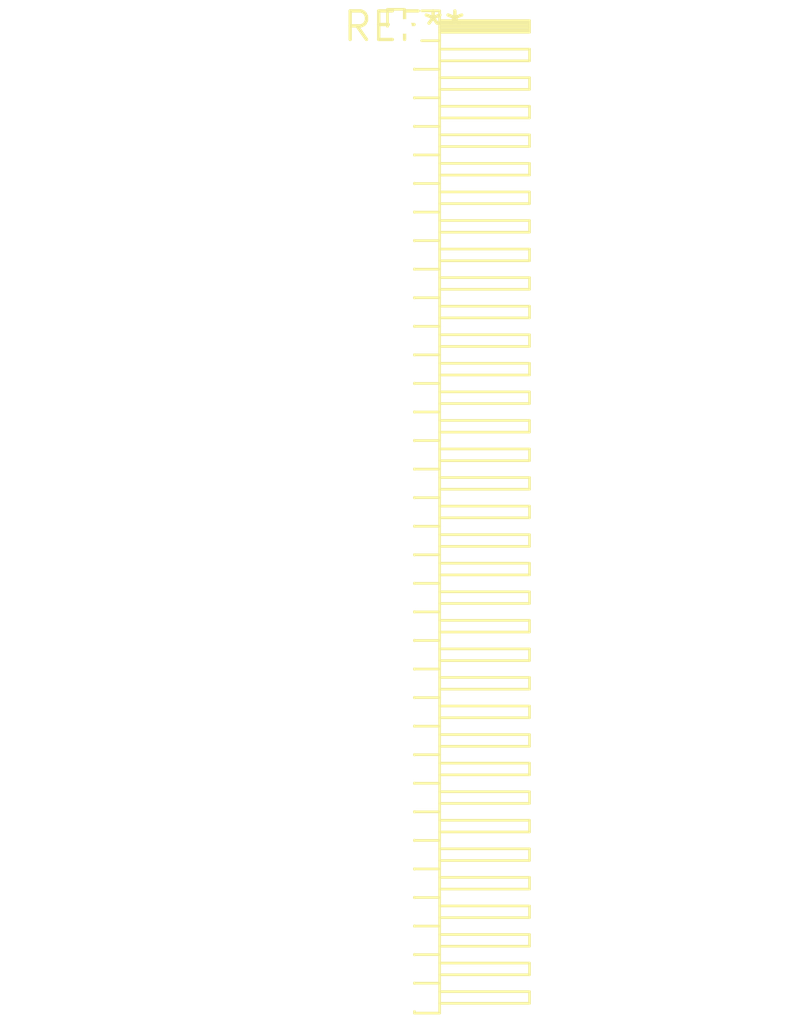
<source format=kicad_pcb>
(kicad_pcb (version 20240108) (generator pcbnew)
  (layers (0 "F.Cu" signal) (31 "B.Cu" signal) (34 "B.Paste" user) (35 "F.Paste" user) (36 "B.SilkS" user "B.Silkscreen") (37 "F.SilkS" user "F.Silkscreen") (38 "B.Mask" user) (39 "F.Mask" user) (44 "Edge.Cuts" user))
  (net 0 "")
  (footprint "PinHeader_1x35_P1.27mm_Horizontal" (layer "F.Cu") (at 0 0)
    (property "Reference" "REF**")
    (property "Value" "PinHeader_1x35_P1.27mm_Horizontal")
    (fp_line (start -0.76 -0.76) (end 0 -0.76) (layer "F.SilkS") (stroke (width 0.12)))
    (fp_line (start -0.76 0) (end -0.76 -0.76) (layer "F.SilkS") (stroke (width 0.12)))
    (fp_line (start 0.44 1.889677) (end 0.44 1.920323) (layer "F.SilkS") (stroke (width 0.12)))
    (fp_line (start 0.44 1.905) (end 1.56 1.905) (layer "F.SilkS") (stroke (width 0.12)))
    (fp_line (start 0.44 3.159677) (end 0.44 3.190323) (layer "F.SilkS") (stroke (width 0.12)))
    (fp_line (start 0.44 3.175) (end 1.56 3.175) (layer "F.SilkS") (stroke (width 0.12)))
    (fp_line (start 0.44 4.429677) (end 0.44 4.460323) (layer "F.SilkS") (stroke (width 0.12)))
    (fp_line (start 0.44 4.445) (end 1.56 4.445) (layer "F.SilkS") (stroke (width 0.12)))
    (fp_line (start 0.44 5.699677) (end 0.44 5.730323) (layer "F.SilkS") (stroke (width 0.12)))
    (fp_line (start 0.44 5.715) (end 1.56 5.715) (layer "F.SilkS") (stroke (width 0.12)))
    (fp_line (start 0.44 6.969677) (end 0.44 7.000323) (layer "F.SilkS") (stroke (width 0.12)))
    (fp_line (start 0.44 6.985) (end 1.56 6.985) (layer "F.SilkS") (stroke (width 0.12)))
    (fp_line (start 0.44 8.239677) (end 0.44 8.270323) (layer "F.SilkS") (stroke (width 0.12)))
    (fp_line (start 0.44 8.255) (end 1.56 8.255) (layer "F.SilkS") (stroke (width 0.12)))
    (fp_line (start 0.44 9.509677) (end 0.44 9.540323) (layer "F.SilkS") (stroke (width 0.12)))
    (fp_line (start 0.44 9.525) (end 1.56 9.525) (layer "F.SilkS") (stroke (width 0.12)))
    (fp_line (start 0.44 10.779677) (end 0.44 10.810323) (layer "F.SilkS") (stroke (width 0.12)))
    (fp_line (start 0.44 10.795) (end 1.56 10.795) (layer "F.SilkS") (stroke (width 0.12)))
    (fp_line (start 0.44 12.049677) (end 0.44 12.080323) (layer "F.SilkS") (stroke (width 0.12)))
    (fp_line (start 0.44 12.065) (end 1.56 12.065) (layer "F.SilkS") (stroke (width 0.12)))
    (fp_line (start 0.44 13.319677) (end 0.44 13.350323) (layer "F.SilkS") (stroke (width 0.12)))
    (fp_line (start 0.44 13.335) (end 1.56 13.335) (layer "F.SilkS") (stroke (width 0.12)))
    (fp_line (start 0.44 14.589677) (end 0.44 14.620323) (layer "F.SilkS") (stroke (width 0.12)))
    (fp_line (start 0.44 14.605) (end 1.56 14.605) (layer "F.SilkS") (stroke (width 0.12)))
    (fp_line (start 0.44 15.859677) (end 0.44 15.890323) (layer "F.SilkS") (stroke (width 0.12)))
    (fp_line (start 0.44 15.875) (end 1.56 15.875) (layer "F.SilkS") (stroke (width 0.12)))
    (fp_line (start 0.44 17.129677) (end 0.44 17.160323) (layer "F.SilkS") (stroke (width 0.12)))
    (fp_line (start 0.44 17.145) (end 1.56 17.145) (layer "F.SilkS") (stroke (width 0.12)))
    (fp_line (start 0.44 18.399677) (end 0.44 18.430323) (layer "F.SilkS") (stroke (width 0.12)))
    (fp_line (start 0.44 18.415) (end 1.56 18.415) (layer "F.SilkS") (stroke (width 0.12)))
    (fp_line (start 0.44 19.669677) (end 0.44 19.700323) (layer "F.SilkS") (stroke (width 0.12)))
    (fp_line (start 0.44 19.685) (end 1.56 19.685) (layer "F.SilkS") (stroke (width 0.12)))
    (fp_line (start 0.44 20.939677) (end 0.44 20.970323) (layer "F.SilkS") (stroke (width 0.12)))
    (fp_line (start 0.44 20.955) (end 1.56 20.955) (layer "F.SilkS") (stroke (width 0.12)))
    (fp_line (start 0.44 22.209677) (end 0.44 22.240323) (layer "F.SilkS") (stroke (width 0.12)))
    (fp_line (start 0.44 22.225) (end 1.56 22.225) (layer "F.SilkS") (stroke (width 0.12)))
    (fp_line (start 0.44 23.479677) (end 0.44 23.510323) (layer "F.SilkS") (stroke (width 0.12)))
    (fp_line (start 0.44 23.495) (end 1.56 23.495) (layer "F.SilkS") (stroke (width 0.12)))
    (fp_line (start 0.44 24.749677) (end 0.44 24.780323) (layer "F.SilkS") (stroke (width 0.12)))
    (fp_line (start 0.44 24.765) (end 1.56 24.765) (layer "F.SilkS") (stroke (width 0.12)))
    (fp_line (start 0.44 26.019677) (end 0.44 26.050323) (layer "F.SilkS") (stroke (width 0.12)))
    (fp_line (start 0.44 26.035) (end 1.56 26.035) (layer "F.SilkS") (stroke (width 0.12)))
    (fp_line (start 0.44 27.289677) (end 0.44 27.320323) (layer "F.SilkS") (stroke (width 0.12)))
    (fp_line (start 0.44 27.305) (end 1.56 27.305) (layer "F.SilkS") (stroke (width 0.12)))
    (fp_line (start 0.44 28.559677) (end 0.44 28.590323) (layer "F.SilkS") (stroke (width 0.12)))
    (fp_line (start 0.44 28.575) (end 1.56 28.575) (layer "F.SilkS") (stroke (width 0.12)))
    (fp_line (start 0.44 29.829677) (end 0.44 29.860323) (layer "F.SilkS") (stroke (width 0.12)))
    (fp_line (start 0.44 29.845) (end 1.56 29.845) (layer "F.SilkS") (stroke (width 0.12)))
    (fp_line (start 0.44 31.099677) (end 0.44 31.130323) (layer "F.SilkS") (stroke (width 0.12)))
    (fp_line (start 0.44 31.115) (end 1.56 31.115) (layer "F.SilkS") (stroke (width 0.12)))
    (fp_line (start 0.44 32.369677) (end 0.44 32.400323) (layer "F.SilkS") (stroke (width 0.12)))
    (fp_line (start 0.44 32.385) (end 1.56 32.385) (layer "F.SilkS") (stroke (width 0.12)))
    (fp_line (start 0.44 33.639677) (end 0.44 33.670323) (layer "F.SilkS") (stroke (width 0.12)))
    (fp_line (start 0.44 33.655) (end 1.56 33.655) (layer "F.SilkS") (stroke (width 0.12)))
    (fp_line (start 0.44 34.909677) (end 0.44 34.940323) (layer "F.SilkS") (stroke (width 0.12)))
    (fp_line (start 0.44 34.925) (end 1.56 34.925) (layer "F.SilkS") (stroke (width 0.12)))
    (fp_line (start 0.44 36.179677) (end 0.44 36.210323) (layer "F.SilkS") (stroke (width 0.12)))
    (fp_line (start 0.44 36.195) (end 1.56 36.195) (layer "F.SilkS") (stroke (width 0.12)))
    (fp_line (start 0.44 37.449677) (end 0.44 37.480323) (layer "F.SilkS") (stroke (width 0.12)))
    (fp_line (start 0.44 37.465) (end 1.56 37.465) (layer "F.SilkS") (stroke (width 0.12)))
    (fp_line (start 0.44 38.719677) (end 0.44 38.750323) (layer "F.SilkS") (stroke (width 0.12)))
    (fp_line (start 0.44 38.735) (end 1.56 38.735) (layer "F.SilkS") (stroke (width 0.12)))
    (fp_line (start 0.44 39.989677) (end 0.44 40.020323) (layer "F.SilkS") (stroke (width 0.12)))
    (fp_line (start 0.44 40.005) (end 1.56 40.005) (layer "F.SilkS") (stroke (width 0.12)))
    (fp_line (start 0.44 41.259677) (end 0.44 41.290323) (layer "F.SilkS") (stroke (width 0.12)))
    (fp_line (start 0.44 41.275) (end 1.56 41.275) (layer "F.SilkS") (stroke (width 0.12)))
    (fp_line (start 0.44 42.529677) (end 0.44 42.560323) (layer "F.SilkS") (stroke (width 0.12)))
    (fp_line (start 0.44 42.545) (end 1.56 42.545) (layer "F.SilkS") (stroke (width 0.12)))
    (fp_line (start 0.44 43.875) (end 0.44 43.799677) (layer "F.SilkS") (stroke (width 0.12)))
    (fp_line (start 0.76 -0.695) (end 1.56 -0.695) (layer "F.SilkS") (stroke (width 0.12)))
    (fp_line (start 0.76 0.635) (end 1.56 0.635) (layer "F.SilkS") (stroke (width 0.12)))
    (fp_line (start 1.56 -0.695) (end 1.56 43.875) (layer "F.SilkS") (stroke (width 0.12)))
    (fp_line (start 1.56 -0.26) (end 5.56 -0.26) (layer "F.SilkS") (stroke (width 0.12)))
    (fp_line (start 1.56 -0.2) (end 5.56 -0.2) (layer "F.SilkS") (stroke (width 0.12)))
    (fp_line (start 1.56 -0.08) (end 5.56 -0.08) (layer "F.SilkS") (stroke (width 0.12)))
    (fp_line (start 1.56 0.04) (end 5.56 0.04) (layer "F.SilkS") (stroke (width 0.12)))
    (fp_line (start 1.56 0.16) (end 5.56 0.16) (layer "F.SilkS") (stroke (width 0.12)))
    (fp_line (start 1.56 1.01) (end 5.56 1.01) (layer "F.SilkS") (stroke (width 0.12)))
    (fp_line (start 1.56 2.28) (end 5.56 2.28) (layer "F.SilkS") (stroke (width 0.12)))
    (fp_line (start 1.56 3.55) (end 5.56 3.55) (layer "F.SilkS") (stroke (width 0.12)))
    (fp_line (start 1.56 4.82) (end 5.56 4.82) (layer "F.SilkS") (stroke (width 0.12)))
    (fp_line (start 1.56 6.09) (end 5.56 6.09) (layer "F.SilkS") (stroke (width 0.12)))
    (fp_line (start 1.56 7.36) (end 5.56 7.36) (layer "F.SilkS") (stroke (width 0.12)))
    (fp_line (start 1.56 8.63) (end 5.56 8.63) (layer "F.SilkS") (stroke (width 0.12)))
    (fp_line (start 1.56 9.9) (end 5.56 9.9) (layer "F.SilkS") (stroke (width 0.12)))
    (fp_line (start 1.56 11.17) (end 5.56 11.17) (layer "F.SilkS") (stroke (width 0.12)))
    (fp_line (start 1.56 12.44) (end 5.56 12.44) (layer "F.SilkS") (stroke (width 0.12)))
    (fp_line (start 1.56 13.71) (end 5.56 13.71) (layer "F.SilkS") (stroke (width 0.12)))
    (fp_line (start 1.56 14.98) (end 5.56 14.98) (layer "F.SilkS") (stroke (width 0.12)))
    (fp_line (start 1.56 16.25) (end 5.56 16.25) (layer "F.SilkS") (stroke (width 0.12)))
    (fp_line (start 1.56 17.52) (end 5.56 17.52) (layer "F.SilkS") (stroke (width 0.12)))
    (fp_line (start 1.56 18.79) (end 5.56 18.79) (layer "F.SilkS") (stroke (width 0.12)))
    (fp_line (start 1.56 20.06) (end 5.56 20.06) (layer "F.SilkS") (stroke (width 0.12)))
    (fp_line (start 1.56 21.33) (end 5.56 21.33) (layer "F.SilkS") (stroke (width 0.12)))
    (fp_line (start 1.56 22.6) (end 5.56 22.6) (layer "F.SilkS") (stroke (width 0.12)))
    (fp_line (start 1.56 23.87) (end 5.56 23.87) (layer "F.SilkS") (stroke (width 0.12)))
    (fp_line (start 1.56 25.14) (end 5.56 25.14) (layer "F.SilkS") (stroke (width 0.12)))
    (fp_line (start 1.56 26.41) (end 5.56 26.41) (layer "F.SilkS") (stroke (width 0.12)))
    (fp_line (start 1.56 27.68) (end 5.56 27.68) (layer "F.SilkS") (stroke (width 0.12)))
    (fp_line (start 1.56 28.95) (end 5.56 28.95) (layer "F.SilkS") (stroke (width 0.12)))
    (fp_line (start 1.56 30.22) (end 5.56 30.22) (layer "F.SilkS") (stroke (width 0.12)))
    (fp_line (start 1.56 31.49) (end 5.56 31.49) (layer "F.SilkS") (stroke (width 0.12)))
    (fp_line (start 1.56 32.76) (end 5.56 32.76) (layer "F.SilkS") (stroke (width 0.12)))
    (fp_line (start 1.56 34.03) (end 5.56 34.03) (layer "F.SilkS") (stroke (width 0.12)))
    (fp_line (start 1.56 35.3) (end 5.56 35.3) (layer "F.SilkS") (stroke (width 0.12)))
    (fp_line (start 1.56 36.57) (end 5.56 36.57) (layer "F.SilkS") (stroke (width 0.12)))
    (fp_line (start 1.56 37.84) (end 5.56 37.84) (layer "F.SilkS") (stroke (width 0.12)))
    (fp_line (start 1.56 39.11) (end 5.56 39.11) (layer "F.SilkS") (stroke (width 0.12)))
    (fp_line (start 1.56 40.38) (end 5.56 40.38) (layer "F.SilkS") (stroke (width 0.12)))
    (fp_line (start 1.56 41.65) (end 5.56 41.65) (layer "F.SilkS") (stroke (width 0.12)))
    (fp_line (start 1.56 42.92) (end 5.56 42.92) (layer "F.SilkS") (stroke (width 0.12)))
    (fp_line (start 1.56 43.875) (end 0.44 43.875) (layer "F.SilkS") (stroke (width 0.12)))
    (fp_line (start 5.56 -0.26) (end 5.56 0.26) (layer "F.SilkS") (stroke (width 0.12)))
    (fp_line (start 5.56 0.26) (end 1.56 0.26) (layer "F.SilkS") (stroke (width 0.12)))
    (fp_line (start 5.56 1.01) (end 5.56 1.53) (layer "F.SilkS") (stroke (width 0.12)))
    (fp_line (start 5.56 1.53) (end 1.56 1.53) (layer "F.SilkS") (stroke (width 0.12)))
    (fp_line (start 5.56 2.28) (end 5.56 2.8) (layer "F.SilkS") (stroke (width 0.12)))
    (fp_line (start 5.56 2.8) (end 1.56 2.8) (layer "F.SilkS") (stroke (width 0.12)))
    (fp_line (start 5.56 3.55) (end 5.56 4.07) (layer "F.SilkS") (stroke (width 0.12)))
    (fp_line (start 5.56 4.07) (end 1.56 4.07) (layer "F.SilkS") (stroke (width 0.12)))
    (fp_line (start 5.56 4.82) (end 5.56 5.34) (layer "F.SilkS") (stroke (width 0.12)))
    (fp_line (start 5.56 5.34) (end 1.56 5.34) (layer "F.SilkS") (stroke (width 0.12)))
    (fp_line (start 5.56 6.09) (end 5.56 6.61) (layer "F.SilkS") (stroke (width 0.12)))
    (fp_line (start 5.56 6.61) (end 1.56 6.61) (layer "F.SilkS") (stroke (width 0.12)))
    (fp_line (start 5.56 7.36) (end 5.56 7.88) (layer "F.SilkS") (stroke (width 0.12)))
    (fp_line (start 5.56 7.88) (end 1.56 7.88) (layer "F.SilkS") (stroke (width 0.12)))
    (fp_line (start 5.56 8.63) (end 5.56 9.15) (layer "F.SilkS") (stroke (width 0.12)))
    (fp_line (start 5.56 9.15) (end 1.56 9.15) (layer "F.SilkS") (stroke (width 0.12)))
    (fp_line (start 5.56 9.9) (end 5.56 10.42) (layer "F.SilkS") (stroke (width 0.12)))
    (fp_line (start 5.56 10.42) (end 1.56 10.42) (layer "F.SilkS") (stroke (width 0.12)))
    (fp_line (start 5.56 11.17) (end 5.56 11.69) (layer "F.SilkS") (stroke (width 0.12)))
    (fp_line (start 5.56 11.69) (end 1.56 11.69) (layer "F.SilkS") (stroke (width 0.12)))
    (fp_line (start 5.56 12.44) (end 5.56 12.96) (layer "F.SilkS") (stroke (width 0.12)))
    (fp_line (start 5.56 12.96) (end 1.56 12.96) (layer "F.SilkS") (stroke (width 0.12)))
    (fp_line (start 5.56 13.71) (end 5.56 14.23) (layer "F.SilkS") (stroke (width 0.12)))
    (fp_line (start 5.56 14.23) (end 1.56 14.23) (layer "F.SilkS") (stroke (width 0.12)))
    (fp_line (start 5.56 14.98) (end 5.56 15.5) (layer "F.SilkS") (stroke (width 0.12)))
    (fp_line (start 5.56 15.5) (end 1.56 15.5) (layer "F.SilkS") (stroke (width 0.12)))
    (fp_line (start 5.56 16.25) (end 5.56 16.77) (layer "F.SilkS") (stroke (width 0.12)))
    (fp_line (start 5.56 16.77) (end 1.56 16.77) (layer "F.SilkS") (stroke (width 0.12)))
    (fp_line (start 5.56 17.52) (end 5.56 18.04) (layer "F.SilkS") (stroke (width 0.12)))
    (fp_line (start 5.56 18.04) (end 1.56 18.04) (layer "F.SilkS") (stroke (width 0.12)))
    (fp_line (start 5.56 18.79) (end 5.56 19.31) (layer "F.SilkS") (stroke (width 0.12)))
    (fp_line (start 5.56 19.31) (end 1.56 19.31) (layer "F.SilkS") (stroke (width 0.12)))
    (fp_line (start 5.56 20.06) (end 5.56 20.58) (layer "F.SilkS") (stroke (width 0.12)))
    (fp_line (start 5.56 20.58) (end 1.56 20.58) (layer "F.SilkS") (stroke (width 0.12)))
    (fp_line (start 5.56 21.33) (end 5.56 21.85) (layer "F.SilkS") (stroke (width 0.12)))
    (fp_line (start 5.56 21.85) (end 1.56 21.85) (layer "F.SilkS") (stroke (width 0.12)))
    (fp_line (start 5.56 22.6) (end 5.56 23.12) (layer "F.SilkS") (stroke (width 0.12)))
    (fp_line (start 5.56 23.12) (end 1.56 23.12) (layer "F.SilkS") (stroke (width 0.12)))
    (fp_line (start 5.56 23.87) (end 5.56 24.39) (layer "F.SilkS") (stroke (width 0.12)))
    (fp_line (start 5.56 24.39) (end 1.56 24.39) (layer "F.SilkS") (stroke (width 0.12)))
    (fp_line (start 5.56 25.14) (end 5.56 25.66) (layer "F.SilkS") (stroke (width 0.12)))
    (fp_line (start 5.56 25.66) (end 1.56 25.66) (layer "F.SilkS") (stroke (width 0.12)))
    (fp_line (start 5.56 26.41) (end 5.56 26.93) (layer "F.SilkS") (stroke (width 0.12)))
    (fp_line (start 5.56 26.93) (end 1.56 26.93) (layer "F.SilkS") (stroke (width 0.12)))
    (fp_line (start 5.56 27.68) (end 5.56 28.2) (layer "F.SilkS") (stroke (width 0.12)))
    (fp_line (start 5.56 28.2) (end 1.56 28.2) (layer "F.SilkS") (stroke (width 0.12)))
    (fp_line (start 5.56 28.95) (end 5.56 29.47) (layer "F.SilkS") (stroke (width 0.12)))
    (fp_line (start 5.56 29.47) (end 1.56 29.47) (layer "F.SilkS") (stroke (width 0.12)))
    (fp_line (start 5.56 30.22) (end 5.56 30.74) (layer "F.SilkS") (stroke (width 0.12)))
    (fp_line (start 5.56 30.74) (end 1.56 30.74) (layer "F.SilkS") (stroke (width 0.12)))
    (fp_line (start 5.56 31.49) (end 5.56 32.01) (layer "F.SilkS") (stroke (width 0.12)))
    (fp_line (start 5.56 32.01) (end 1.56 32.01) (layer "F.SilkS") (stroke (width 0.12)))
    (fp_line (start 5.56 32.76) (end 5.56 33.28) (layer "F.SilkS") (stroke (width 0.12)))
    (fp_line (start 5.56 33.28) (end 1.56 33.28) (layer "F.SilkS") (stroke (width 0.12)))
    (fp_line (start 5.56 34.03) (end 5.56 34.55) (layer "F.SilkS") (stroke (width 0.12)))
    (fp_line (start 5.56 34.55) (end 1.56 34.55) (layer "F.SilkS") (stroke (width 0.12)))
    (fp_line (start 5.56 35.3) (end 5.56 35.82) (layer "F.SilkS") (stroke (width 0.12)))
    (fp_line (start 5.56 35.82) (end 1.56 35.82) (layer "F.SilkS") (stroke (width 0.12)))
    (fp_line (start 5.56 36.57) (end 5.56 37.09) (layer "F.SilkS") (stroke (width 0.12)))
    (fp_line (start 5.56 37.09) (end 1.56 37.09) (layer "F.SilkS") (stroke (width 0.12)))
    (fp_line (start 5.56 37.84) (end 5.56 38.36) (layer "F.SilkS") (stroke (width 0.12)))
    (fp_line (start 5.56 38.36) (end 1.56 38.36) (layer "F.SilkS") (stroke (width 0.12)))
    (fp_line (start 5.56 39.11) (end 5.56 39.63) (layer "F.SilkS") (stroke (width 0.12)))
    (fp_line (start 5.56 39.63) (end 1.56 39.63) (layer "F.SilkS") (stroke (width 0.12)))
    (fp_line (start 5.56 40.38) (end 5.56 40.9) (layer "F.SilkS") (stroke (width 0.12)))
    (fp_line (start 5.56 40.9) (end 1.56 40.9) (layer "F.SilkS") (stroke (width 0.12)))
    (fp_line (start 5.56 41.65) (end 5.56 42.17) (layer "F.SilkS") (stroke (width 0.12)))
    (fp_line (start 5.56 42.17) (end 1.56 42.17) (layer "F.SilkS") (stroke (width 0.12)))
    (fp_line (start 5.56 42.92) (end 5.56 43.44) (layer "F.SilkS") (stroke (width 0.12)))
    (fp_line (start 5.56 43.44) (end 1.56 43.44) (layer "F.SilkS") (stroke (width 0.12)))
    (pad "1" thru_hole rect (at 0 0) (size 1 1) (drill 0.65) (layers *.Cu *.Mask) (remove_unused_layers))
    (pad "2" thru_hole oval (at 0 1.27) (size 1 1) (drill 0.65) (layers *.Cu *.Mask) (remove_unused_layers))
    (pad "3" thru_hole oval (at 0 2.54) (size 1 1) (drill 0.65) (layers *.Cu *.Mask) (remove_unused_layers))
    (pad "4" thru_hole oval (at 0 3.81) (size 1 1) (drill 0.65) (layers *.Cu *.Mask) (remove_unused_layers))
    (pad "5" thru_hole oval (at 0 5.08) (size 1 1) (drill 0.65) (layers *.Cu *.Mask) (remove_unused_layers))
    (pad "6" thru_hole oval (at 0 6.35) (size 1 1) (drill 0.65) (layers *.Cu *.Mask) (remove_unused_layers))
    (pad "7" thru_hole oval (at 0 7.62) (size 1 1) (drill 0.65) (layers *.Cu *.Mask) (remove_unused_layers))
    (pad "8" thru_hole oval (at 0 8.89) (size 1 1) (drill 0.65) (layers *.Cu *.Mask) (remove_unused_layers))
    (pad "9" thru_hole oval (at 0 10.16) (size 1 1) (drill 0.65) (layers *.Cu *.Mask) (remove_unused_layers))
    (pad "10" thru_hole oval (at 0 11.43) (size 1 1) (drill 0.65) (layers *.Cu *.Mask) (remove_unused_layers))
    (pad "11" thru_hole oval (at 0 12.7) (size 1 1) (drill 0.65) (layers *.Cu *.Mask) (remove_unused_layers))
    (pad "12" thru_hole oval (at 0 13.97) (size 1 1) (drill 0.65) (layers *.Cu *.Mask) (remove_unused_layers))
    (pad "13" thru_hole oval (at 0 15.24) (size 1 1) (drill 0.65) (layers *.Cu *.Mask) (remove_unused_layers))
    (pad "14" thru_hole oval (at 0 16.51) (size 1 1) (drill 0.65) (layers *.Cu *.Mask) (remove_unused_layers))
    (pad "15" thru_hole oval (at 0 17.78) (size 1 1) (drill 0.65) (layers *.Cu *.Mask) (remove_unused_layers))
    (pad "16" thru_hole oval (at 0 19.05) (size 1 1) (drill 0.65) (layers *.Cu *.Mask) (remove_unused_layers))
    (pad "17" thru_hole oval (at 0 20.32) (size 1 1) (drill 0.65) (layers *.Cu *.Mask) (remove_unused_layers))
    (pad "18" thru_hole oval (at 0 21.59) (size 1 1) (drill 0.65) (layers *.Cu *.Mask) (remove_unused_layers))
    (pad "19" thru_hole oval (at 0 22.86) (size 1 1) (drill 0.65) (layers *.Cu *.Mask) (remove_unused_layers))
    (pad "20" thru_hole oval (at 0 24.13) (size 1 1) (drill 0.65) (layers *.Cu *.Mask) (remove_unused_layers))
    (pad "21" thru_hole oval (at 0 25.4) (size 1 1) (drill 0.65) (layers *.Cu *.Mask) (remove_unused_layers))
    (pad "22" thru_hole oval (at 0 26.67) (size 1 1) (drill 0.65) (layers *.Cu *.Mask) (remove_unused_layers))
    (pad "23" thru_hole oval (at 0 27.94) (size 1 1) (drill 0.65) (layers *.Cu *.Mask) (remove_unused_layers))
    (pad "24" thru_hole oval (at 0 29.21) (size 1 1) (drill 0.65) (layers *.Cu *.Mask) (remove_unused_layers))
    (pad "25" thru_hole oval (at 0 30.48) (size 1 1) (drill 0.65) (layers *.Cu *.Mask) (remove_unused_layers))
    (pad "26" thru_hole oval (at 0 31.75) (size 1 1) (drill 0.65) (layers *.Cu *.Mask) (remove_unused_layers))
    (pad "27" thru_hole oval (at 0 33.02) (size 1 1) (drill 0.65) (layers *.Cu *.Mask) (remove_unused_layers))
    (pad "28" thru_hole oval (at 0 34.29) (size 1 1) (drill 0.65) (layers *.Cu *.Mask) (remove_unused_layers))
    (pad "29" thru_hole oval (at 0 35.56) (size 1 1) (drill 0.65) (layers *.Cu *.Mask) (remove_unused_layers))
    (pad "30" thru_hole oval (at 0 36.83) (size 1 1) (drill 0.65) (layers *.Cu *.Mask) (remove_unused_layers))
    (pad "31" thru_hole oval (at 0 38.1) (size 1 1) (drill 0.65) (layers *.Cu *.Mask) (remove_unused_layers))
    (pad "32" thru_hole oval (at 0 39.37) (size 1 1) (drill 0.65) (layers *.Cu *.Mask) (remove_unused_layers))
    (pad "33" thru_hole oval (at 0 40.64) (size 1 1) (drill 0.65) (layers *.Cu *.Mask) (remove_unused_layers))
    (pad "34" thru_hole oval (at 0 41.91) (size 1 1) (drill 0.65) (layers *.Cu *.Mask) (remove_unused_layers))
    (pad "35" thru_hole oval (at 0 43.18) (size 1 1) (drill 0.65) (layers *.Cu *.Mask) (remove_unused_layers))
  )
)
</source>
